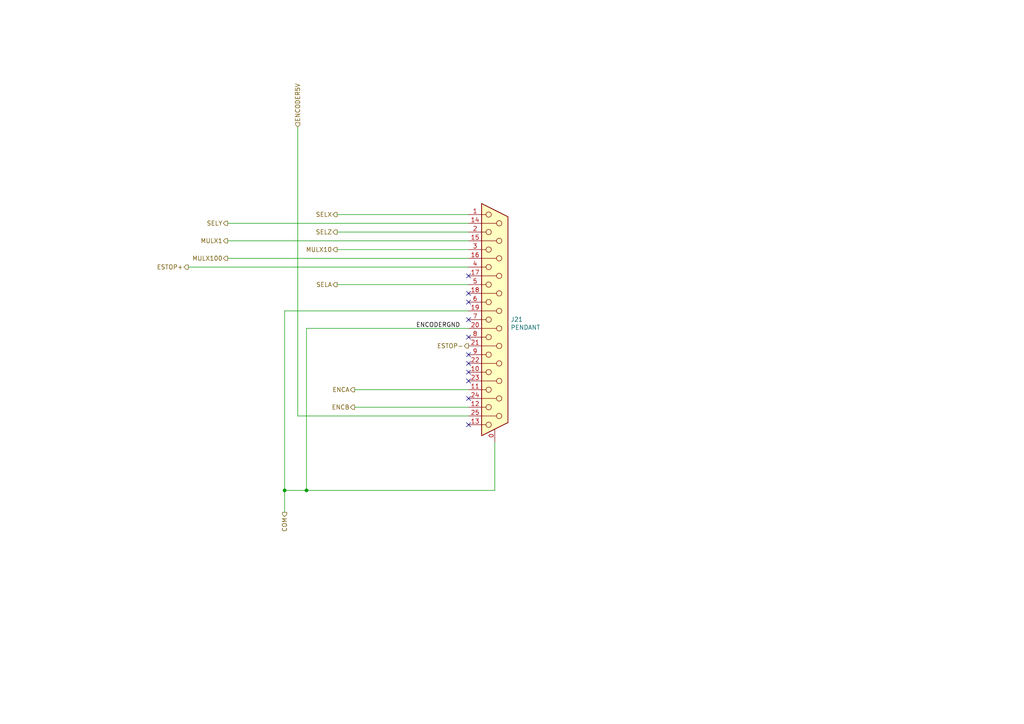
<source format=kicad_sch>
(kicad_sch (version 20230121) (generator eeschema)
  (paper "A4")
  (lib_symbols
    (symbol "Connector:DB25_Receptacle_MountingHoles" (pin_names (offset 1.016) hide)
      (property "Reference" "J" (at 0 36.83 0))
      (property "Value" "DB25_Receptacle_MountingHoles" (at 0 34.925 0))
      (symbol "DB25_Receptacle_MountingHoles_0_1"
        (circle (center -1.778 -30.48) (radius 0.762))
        (circle (center -1.778 -25.4) (radius 0.762))
        (circle (center -1.778 -20.32) (radius 0.762))
        (circle (center -1.778 -15.24) (radius 0.762))
        (circle (center -1.778 -10.16) (radius 0.762))
        (circle (center -1.778 -5.08) (radius 0.762))
        (circle (center -1.778 0) (radius 0.762))
        (circle (center -1.778 5.08) (radius 0.762))
        (circle (center -1.778 10.16) (radius 0.762))
        (circle (center -1.778 15.24) (radius 0.762))
        (circle (center -1.778 20.32) (radius 0.762))
        (circle (center -1.778 25.4) (radius 0.762))
        (circle (center -1.778 30.48) (radius 0.762))
        (polyline (pts (xy -3.81 -30.48) (xy -2.54 -30.48)))
        (polyline (pts (xy -3.81 -27.94) (xy 0.508 -27.94)))
        (polyline (pts (xy -3.81 -25.4) (xy -2.54 -25.4)))
        (polyline (pts (xy -3.81 -22.86) (xy 0.508 -22.86)))
        (polyline (pts (xy -3.81 -20.32) (xy -2.54 -20.32)))
        (polyline (pts (xy -3.81 -17.78) (xy 0.508 -17.78)))
        (polyline (pts (xy -3.81 -15.24) (xy -2.54 -15.24)))
        (polyline (pts (xy -3.81 -12.7) (xy 0.508 -12.7)))
        (polyline (pts (xy -3.81 -10.16) (xy -2.54 -10.16)))
        (polyline (pts (xy -3.81 -7.62) (xy 0.508 -7.62)))
        (polyline (pts (xy -3.81 -5.08) (xy -2.54 -5.08)))
        (polyline (pts (xy -3.81 -2.54) (xy 0.508 -2.54)))
        (polyline (pts (xy -3.81 0) (xy -2.54 0)))
        (polyline (pts (xy -3.81 2.54) (xy 0.508 2.54)))
        (polyline (pts (xy -3.81 5.08) (xy -2.54 5.08)))
        (polyline (pts (xy -3.81 7.62) (xy 0.508 7.62)))
        (polyline (pts (xy -3.81 10.16) (xy -2.54 10.16)))
        (polyline (pts (xy -3.81 12.7) (xy 0.508 12.7)))
        (polyline (pts (xy -3.81 15.24) (xy -2.54 15.24)))
        (polyline (pts (xy -3.81 17.78) (xy 0.508 17.78)))
        (polyline (pts (xy -3.81 20.32) (xy -2.54 20.32)))
        (polyline (pts (xy -3.81 22.86) (xy 0.508 22.86)))
        (polyline (pts (xy -3.81 25.4) (xy -2.54 25.4)))
        (polyline (pts (xy -3.81 27.94) (xy 0.508 27.94)))
        (polyline (pts (xy -3.81 30.48) (xy -2.54 30.48)))
        (polyline (pts (xy -3.81 33.655) (xy 3.81 29.845) (xy 3.81 -29.845) (xy -3.81 -33.655) (xy -3.81 33.655)) (stroke (width 0.254)) (fill (type background)))
        (circle (center 1.27 -27.94) (radius 0.762))
        (circle (center 1.27 -22.86) (radius 0.762))
        (circle (center 1.27 -17.78) (radius 0.762))
        (circle (center 1.27 -12.7) (radius 0.762))
        (circle (center 1.27 -7.62) (radius 0.762))
        (circle (center 1.27 -2.54) (radius 0.762))
        (circle (center 1.27 2.54) (radius 0.762))
        (circle (center 1.27 7.62) (radius 0.762))
        (circle (center 1.27 12.7) (radius 0.762))
        (circle (center 1.27 17.78) (radius 0.762))
        (circle (center 1.27 22.86) (radius 0.762))
        (circle (center 1.27 27.94) (radius 0.762))
      )
      (symbol "DB25_Receptacle_MountingHoles_1_1"
        (pin passive line (at 0 -35.56 90) (length 3.81) (name "PAD") (number "0"))
        (pin passive line (at -7.62 30.48 0) (length 3.81) (name "1") (number "1"))
        (pin passive line (at -7.62 -15.24 0) (length 3.81) (name "10") (number "10"))
        (pin passive line (at -7.62 -20.32 0) (length 3.81) (name "11") (number "11"))
        (pin passive line (at -7.62 -25.4 0) (length 3.81) (name "12") (number "12"))
        (pin passive line (at -7.62 -30.48 0) (length 3.81) (name "13") (number "13"))
        (pin passive line (at -7.62 27.94 0) (length 3.81) (name "P14") (number "14"))
        (pin passive line (at -7.62 22.86 0) (length 3.81) (name "P15") (number "15"))
        (pin passive line (at -7.62 17.78 0) (length 3.81) (name "P16") (number "16"))
        (pin passive line (at -7.62 12.7 0) (length 3.81) (name "P17") (number "17"))
        (pin passive line (at -7.62 7.62 0) (length 3.81) (name "P18") (number "18"))
        (pin passive line (at -7.62 2.54 0) (length 3.81) (name "P19") (number "19"))
        (pin passive line (at -7.62 25.4 0) (length 3.81) (name "2") (number "2"))
        (pin passive line (at -7.62 -2.54 0) (length 3.81) (name "P20") (number "20"))
        (pin passive line (at -7.62 -7.62 0) (length 3.81) (name "P21") (number "21"))
        (pin passive line (at -7.62 -12.7 0) (length 3.81) (name "P22") (number "22"))
        (pin passive line (at -7.62 -17.78 0) (length 3.81) (name "P23") (number "23"))
        (pin passive line (at -7.62 -22.86 0) (length 3.81) (name "P24") (number "24"))
        (pin passive line (at -7.62 -27.94 0) (length 3.81) (name "P25") (number "25"))
        (pin passive line (at -7.62 20.32 0) (length 3.81) (name "3") (number "3"))
        (pin passive line (at -7.62 15.24 0) (length 3.81) (name "4") (number "4"))
        (pin passive line (at -7.62 10.16 0) (length 3.81) (name "5") (number "5"))
        (pin passive line (at -7.62 5.08 0) (length 3.81) (name "6") (number "6"))
        (pin passive line (at -7.62 0 0) (length 3.81) (name "7") (number "7"))
        (pin passive line (at -7.62 -5.08 0) (length 3.81) (name "8") (number "8"))
        (pin passive line (at -7.62 -10.16 0) (length 3.81) (name "9") (number "9"))
      )
    )
  )
  (junction (at 88.9 142.24) (diameter 0.9144))
  (junction (at 82.55 142.24) (diameter 0.9144))
  (no_connect (at 135.89 80.01))
  (no_connect (at 135.89 115.57))
  (no_connect (at 135.89 107.95))
  (no_connect (at 135.89 85.09))
  (no_connect (at 135.89 97.79))
  (no_connect (at 135.89 87.63))
  (no_connect (at 135.89 102.87))
  (no_connect (at 135.89 105.41))
  (no_connect (at 135.89 110.49))
  (no_connect (at 135.89 123.19))
  (no_connect (at 135.89 92.71))
  (wire (pts (xy 135.89 69.85) (xy 66.04 69.85)))
  (wire (pts (xy 135.89 82.55) (xy 97.79 82.55)))
  (wire (pts (xy 102.87 113.03) (xy 135.89 113.03)))
  (wire (pts (xy 88.9 142.24) (xy 143.51 142.24)))
  (wire (pts (xy 135.89 72.39) (xy 97.79 72.39)))
  (wire (pts (xy 88.9 95.25) (xy 88.9 142.24)))
  (wire (pts (xy 135.89 118.11) (xy 102.87 118.11)))
  (wire (pts (xy 135.89 64.77) (xy 66.04 64.77)))
  (wire (pts (xy 82.55 142.24) (xy 82.55 148.59)))
  (wire (pts (xy 135.89 62.23) (xy 97.79 62.23)))
  (wire (pts (xy 143.51 128.27) (xy 143.51 142.24)))
  (wire (pts (xy 54.61 77.47) (xy 135.89 77.47)))
  (wire (pts (xy 88.9 142.24) (xy 82.55 142.24)))
  (wire (pts (xy 135.89 67.31) (xy 97.79 67.31)))
  (wire (pts (xy 86.36 120.65) (xy 86.36 36.83)))
  (wire (pts (xy 135.89 120.65) (xy 86.36 120.65)))
  (wire (pts (xy 82.55 90.17) (xy 82.55 142.24)))
  (wire (pts (xy 135.89 90.17) (xy 82.55 90.17)))
  (wire (pts (xy 135.89 74.93) (xy 66.04 74.93)))
  (wire (pts (xy 135.89 95.25) (xy 88.9 95.25)))
  (label "ENCODERGND" (at 120.65 95.25 0))
  (hierarchical_label "MULX10" (shape output) (at 97.79 72.39 180))
  (hierarchical_label "ENCODER5V" (shape input) (at 86.36 36.83 90))
  (hierarchical_label "SELX" (shape output) (at 97.79 62.23 180))
  (hierarchical_label "MULX100" (shape output) (at 66.04 74.93 180))
  (hierarchical_label "COM" (shape output) (at 82.55 148.59 270))
  (hierarchical_label "ENCB" (shape output) (at 102.87 118.11 180))
  (hierarchical_label "ESTOP-" (shape output) (at 135.89 100.33 180))
  (hierarchical_label "ESTOP+" (shape output) (at 54.61 77.47 180))
  (hierarchical_label "ENCA" (shape output) (at 102.87 113.03 180))
  (hierarchical_label "SELA" (shape output) (at 97.79 82.55 180))
  (hierarchical_label "MULX1" (shape output) (at 66.04 69.85 180))
  (hierarchical_label "SELY" (shape output) (at 66.04 64.77 180))
  (hierarchical_label "SELZ" (shape output) (at 97.79 67.31 180))
  (symbol (lib_id "Connector:DB25_Receptacle_MountingHoles") (at 143.51 92.71 0) (unit 1)
    (property "Reference" "J21" (at 148.082 92.6592 0) (effects (justify left)))
    (property "Value" "PENDANT" (at 148.082 94.9706 0) (effects (justify left)))
    (property "Footprint" "Connector_Dsub:DSUB-25_Female_Horizontal_P2.77x2.84mm_EdgePinOffset7.70mm_Housed_MountingHolesOffset9.12mm" (effects hide))
    (property "Datasheet" " ~" (effects hide))
    (property "Alternative MPN" "L77SDB25SA4CH4F " (effects hide))
    (property "MPN" "5747846-4 " (effects hide))
    (property "Manufacturer" "AMP - TE Connectivity" (effects hide))
    (property "Farnell PN" "2059751" (effects hide))
  )
)
</source>
